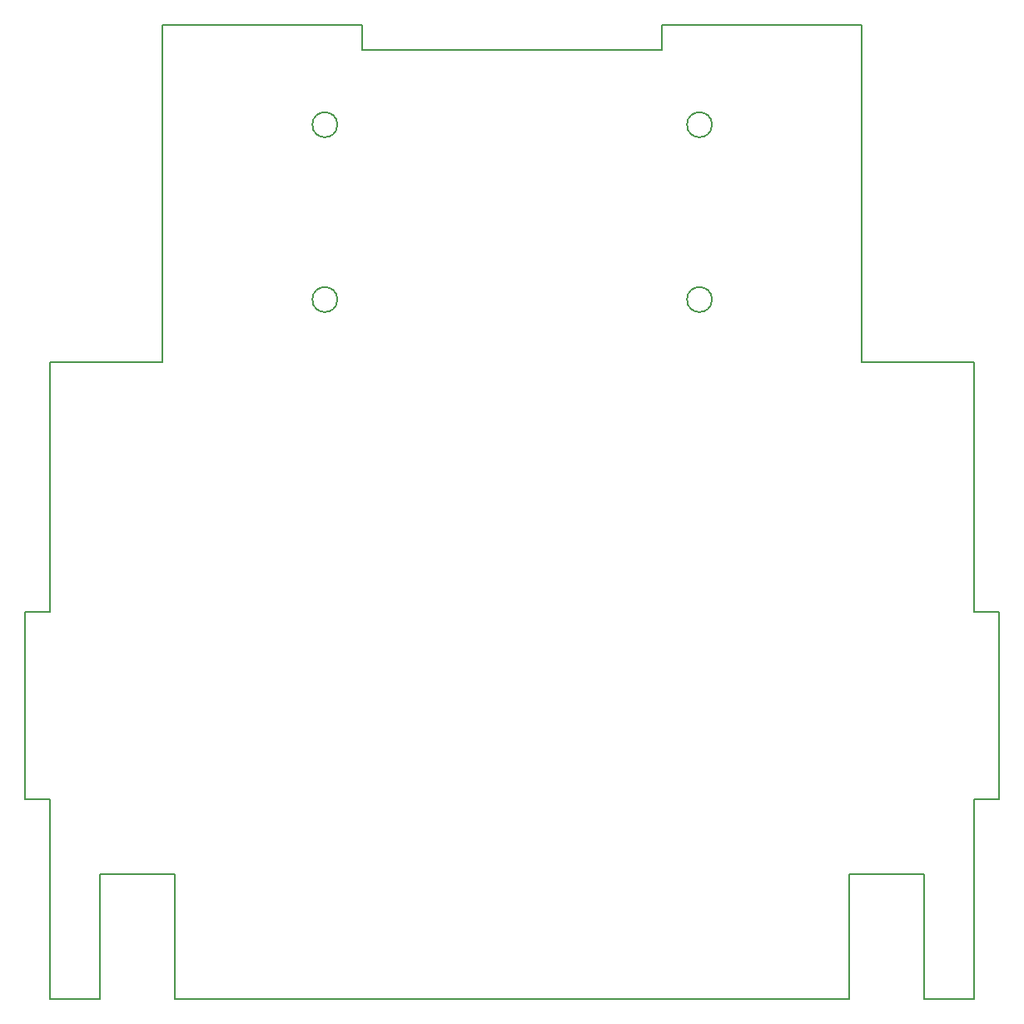
<source format=gm1>
G04 #@! TF.GenerationSoftware,KiCad,Pcbnew,(5.0.2)-1*
G04 #@! TF.CreationDate,2019-01-31T01:26:36+01:00*
G04 #@! TF.ProjectId,bigmax,6269676d-6178-42e6-9b69-6361645f7063,v1*
G04 #@! TF.SameCoordinates,Original*
G04 #@! TF.FileFunction,Profile,NP*
%FSLAX46Y46*%
G04 Gerber Fmt 4.6, Leading zero omitted, Abs format (unit mm)*
G04 Created by KiCad (PCBNEW (5.0.2)-1) date 31/01/2019 01:26:36*
%MOMM*%
%LPD*%
G01*
G04 APERTURE LIST*
%ADD10C,0.150000*%
G04 APERTURE END LIST*
D10*
X170180000Y-60960000D02*
G75*
G03X170180000Y-60960000I-1270000J0D01*
G01*
X170180000Y-78740000D02*
G75*
G03X170180000Y-78740000I-1270000J0D01*
G01*
X132080000Y-78740000D02*
G75*
G03X132080000Y-78740000I-1270000J0D01*
G01*
X132080000Y-60960000D02*
G75*
G03X132080000Y-60960000I-1270000J0D01*
G01*
X107950000Y-149860000D02*
X102870000Y-149860000D01*
X191770000Y-149860000D02*
X196850000Y-149860000D01*
X184150000Y-137160000D02*
X184150000Y-149860000D01*
X191770000Y-137160000D02*
X184150000Y-137160000D01*
X191770000Y-149860000D02*
X191770000Y-137160000D01*
X115570000Y-137160000D02*
X115570000Y-149860000D01*
X107950000Y-137160000D02*
X115570000Y-137160000D01*
X107950000Y-149860000D02*
X107950000Y-137160000D01*
X196850000Y-129540000D02*
X196850000Y-149860000D01*
X199390000Y-129540000D02*
X196850000Y-129540000D01*
X196850000Y-110490000D02*
X199390000Y-110490000D01*
X196850000Y-85090000D02*
X196850000Y-110490000D01*
X102870000Y-129540000D02*
X102870000Y-149860000D01*
X100330000Y-129540000D02*
X102870000Y-129540000D01*
X102870000Y-110490000D02*
X100330000Y-110490000D01*
X102870000Y-85090000D02*
X102870000Y-110490000D01*
X165100000Y-50800000D02*
X185420000Y-50800000D01*
X165100000Y-53340000D02*
X165100000Y-50800000D01*
X134620000Y-53340000D02*
X165100000Y-53340000D01*
X134620000Y-50800000D02*
X134620000Y-53340000D01*
X114300000Y-85090000D02*
X114300000Y-50800000D01*
X102870000Y-85090000D02*
X114300000Y-85090000D01*
X100330000Y-129540000D02*
X100330000Y-110490000D01*
X184150000Y-149860000D02*
X115570000Y-149860000D01*
X199390000Y-110490000D02*
X199390000Y-129540000D01*
X185420000Y-85090000D02*
X196850000Y-85090000D01*
X185420000Y-50800000D02*
X185420000Y-85090000D01*
X114300000Y-50800000D02*
X134620000Y-50800000D01*
M02*

</source>
